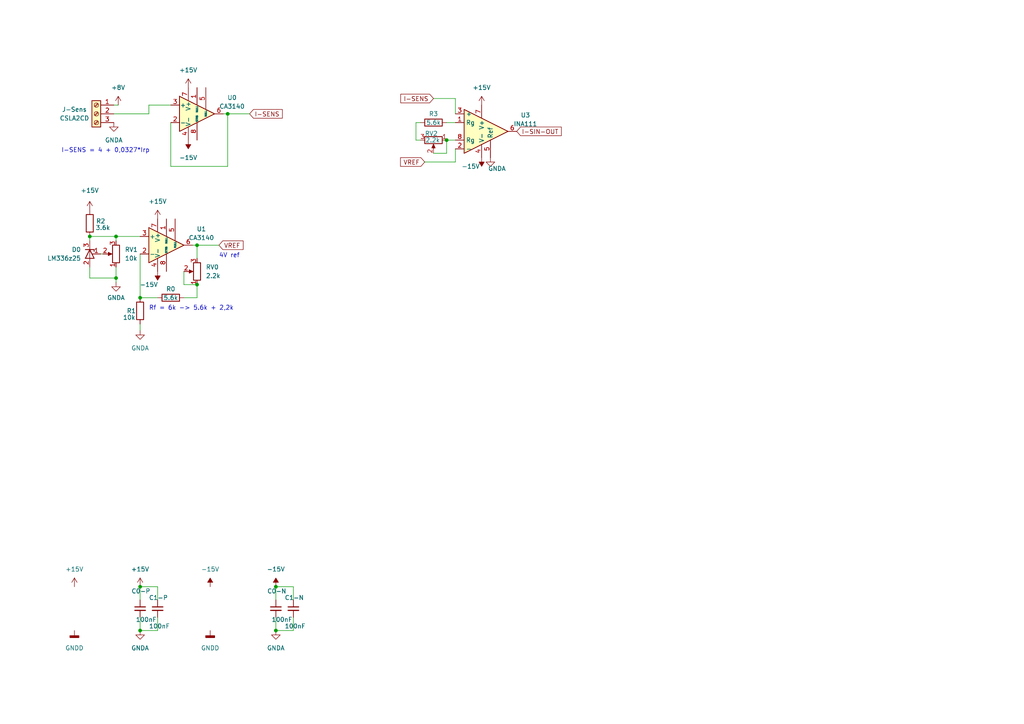
<source format=kicad_sch>
(kicad_sch (version 20211123) (generator eeschema)
  (paper "A4")
  (lib_symbols
    (symbol "Amplifier_Operational:CA3140" (pin_names (offset 0.127))
      (property "Reference" "U" (at 6.35 5.08 0))
      (property "Value" "CA3140" (at 6.35 2.54 0))
      (symbol "CA3140_0_1"
        (polyline (pts (xy -5.08 5.08) (xy 5.08 0) (xy -5.08 -5.08) (xy -5.08 5.08)) (stroke (width 0.254)) (fill (type background)))
      )
      (symbol "CA3140_1_1"
        (pin passive line (at 0 7.62 270) (length 5.08) (name "NULL") (number "1"))
        (pin input line (at -7.62 -2.54 0) (length 2.54) (name "-") (number "2"))
        (pin input line (at -7.62 2.54 0) (length 2.54) (name "+") (number "3"))
        (pin power_in line (at -2.54 -7.62 90) (length 3.81) (name "V-") (number "4"))
        (pin passive line (at 2.54 7.62 270) (length 6.35) (name "NULL") (number "5"))
        (pin output line (at 7.62 0 180) (length 2.54) (name "~") (number "6"))
        (pin power_in line (at -2.54 7.62 270) (length 3.81) (name "V+") (number "7"))
        (pin passive line (at 0 -7.62 90) (length 5.08) (name "STRB") (number "8"))
      )
    )
    (symbol "Connector:Screw_Terminal_01x03" (pin_names (offset 1.016) hide)
      (property "Reference" "J" (at 0 5.08 0))
      (property "Value" "Screw_Terminal_01x03" (at 0 -5.08 0))
      (symbol "Screw_Terminal_01x03_1_1"
        (rectangle (start -1.27 3.81) (end 1.27 -3.81) (stroke (width 0.254)) (fill (type background)))
        (circle (center 0 -2.54) (radius 0.635) (stroke (width 0.1524)))
        (polyline (pts (xy -0.5334 -2.2098) (xy 0.3302 -3.048)) (stroke (width 0.1524)))
        (polyline (pts (xy -0.5334 0.3302) (xy 0.3302 -0.508)) (stroke (width 0.1524)))
        (polyline (pts (xy -0.5334 2.8702) (xy 0.3302 2.032)) (stroke (width 0.1524)))
        (polyline (pts (xy -0.3556 -2.032) (xy 0.508 -2.8702)) (stroke (width 0.1524)))
        (polyline (pts (xy -0.3556 0.508) (xy 0.508 -0.3302)) (stroke (width 0.1524)))
        (polyline (pts (xy -0.3556 3.048) (xy 0.508 2.2098)) (stroke (width 0.1524)))
        (circle (center 0 0) (radius 0.635) (stroke (width 0.1524)))
        (circle (center 0 2.54) (radius 0.635) (stroke (width 0.1524)))
        (pin passive line (at -5.08 2.54 0) (length 3.81) (name "Pin_1") (number "1"))
        (pin passive line (at -5.08 0 0) (length 3.81) (name "Pin_2") (number "2"))
        (pin passive line (at -5.08 -2.54 0) (length 3.81) (name "Pin_3") (number "3"))
      )
    )
    (symbol "Device:C_Small" (pin_numbers hide) (pin_names (offset 0.254) hide)
      (property "Reference" "C" (at 0.254 1.778 0))
      (property "Value" "C_Small" (at 0.254 -2.032 0))
      (symbol "C_Small_0_1"
        (polyline (pts (xy -1.524 -0.508) (xy 1.524 -0.508)) (stroke (width 0.3302)))
        (polyline (pts (xy -1.524 0.508) (xy 1.524 0.508)) (stroke (width 0.3048)))
      )
      (symbol "C_Small_1_1"
        (pin passive line (at 0 2.54 270) (length 2.032) (name "~") (number "1"))
        (pin passive line (at 0 -2.54 90) (length 2.032) (name "~") (number "2"))
      )
    )
    (symbol "Device:R" (pin_numbers hide) (pin_names (offset 0))
      (property "Reference" "R" (at 2.032 0 90))
      (property "Value" "R" (at 0 0 90))
      (symbol "R_0_1"
        (rectangle (start -1.016 -2.54) (end 1.016 2.54) (stroke (width 0.254)))
      )
      (symbol "R_1_1"
        (pin passive line (at 0 3.81 270) (length 1.27) (name "~") (number "1"))
        (pin passive line (at 0 -3.81 90) (length 1.27) (name "~") (number "2"))
      )
    )
    (symbol "Device:R_Potentiometer" (pin_names (offset 1.016) hide)
      (property "Reference" "RV" (at -4.445 0 90))
      (property "Value" "R_Potentiometer" (at -2.54 0 90))
      (symbol "R_Potentiometer_0_1"
        (polyline (pts (xy 2.54 0) (xy 1.524 0)))
        (polyline (pts (xy 1.143 0) (xy 2.286 0.508) (xy 2.286 -0.508) (xy 1.143 0)) (fill (type outline)))
        (rectangle (start 1.016 2.54) (end -1.016 -2.54) (stroke (width 0.254)))
      )
      (symbol "R_Potentiometer_1_1"
        (pin passive line (at 0 3.81 270) (length 1.27) (name "1") (number "1"))
        (pin passive line (at 3.81 0 180) (length 1.27) (name "2") (number "2"))
        (pin passive line (at 0 -3.81 90) (length 1.27) (name "3") (number "3"))
      )
    )
    (symbol "power:+15V" (power) (pin_names (offset 0))
      (property "Value" "+15V" (at 0 3.556 0))
      (symbol "+15V_0_1"
        (polyline (pts (xy -0.762 1.27) (xy 0 2.54)))
        (polyline (pts (xy 0 0) (xy 0 2.54)))
        (polyline (pts (xy 0 2.54) (xy 0.762 1.27)))
      )
      (symbol "+15V_1_1"
        (pin power_in line (at 0 0 90) (length 0) hide (name "+15V") (number "1"))
      )
    )
    (symbol "power:+8V" (power) (pin_names (offset 0))
      (property "Value" "+8V" (at 0 3.556 0))
      (symbol "+8V_0_1"
        (polyline (pts (xy -0.762 1.27) (xy 0 2.54)))
        (polyline (pts (xy 0 0) (xy 0 2.54)))
        (polyline (pts (xy 0 2.54) (xy 0.762 1.27)))
      )
      (symbol "+8V_1_1"
        (pin power_in line (at 0 0 90) (length 0) hide (name "+8V") (number "1"))
      )
    )
    (symbol "power:-15V" (power) (pin_names (offset 0))
      (property "Value" "-15V" (at 0 3.81 0))
      (symbol "-15V_0_0"
        (pin power_in line (at 0 0 90) (length 0) hide (name "-15V") (number "1"))
      )
      (symbol "-15V_0_1"
        (polyline (pts (xy 0 0) (xy 0 1.27) (xy 0.762 1.27) (xy 0 2.54) (xy -0.762 1.27) (xy 0 1.27)) (fill (type outline)))
      )
    )
    (symbol "power:GNDA" (power) (pin_names (offset 0))
      (property "Value" "GNDA" (at 0 -3.81 0))
      (symbol "GNDA_0_1"
        (polyline (pts (xy 0 0) (xy 0 -1.27) (xy 1.27 -1.27) (xy 0 -2.54) (xy -1.27 -1.27) (xy 0 -1.27)))
      )
      (symbol "GNDA_1_1"
        (pin power_in line (at 0 0 270) (length 0) hide (name "GNDA") (number "1"))
      )
    )
    (symbol "power:GNDD" (power) (pin_names (offset 0))
      (property "Value" "GNDD" (at 0 -3.175 0))
      (symbol "GNDD_0_1"
        (rectangle (start -1.27 -1.524) (end 1.27 -2.032) (stroke (width 0.254)) (fill (type outline)))
        (polyline (pts (xy 0 0) (xy 0 -1.524)))
      )
      (symbol "GNDD_1_1"
        (pin power_in line (at 0 0 270) (length 0) hide (name "GNDD") (number "1"))
      )
    )
    (symbol "simboli_tesina:INA111"
      (property "Reference" "U" (at 0.635 -9.525 0))
      (property "Value" "INA111" (at 0.635 -11.43 0))
      (symbol "INA111_0_1"
        (polyline (pts (xy 8.255 0) (xy -4.445 6.35) (xy -4.445 -6.35) (xy 8.255 0)) (stroke (width 0.254)) (fill (type background)))
      )
      (symbol "INA111_1_1"
        (pin passive line (at -6.985 2.54 0) (length 2.54) (name "Rg") (number "1"))
        (pin input line (at -6.985 -5.08 0) (length 2.54) (name "-") (number "2"))
        (pin input line (at -6.985 5.08 0) (length 2.54) (name "+") (number "3"))
        (pin power_in line (at 0.635 -7.62 90) (length 3.81) (name "V-") (number "4"))
        (pin input line (at 3.175 -7.62 90) (length 5.08) (name "Ref") (number "5"))
        (pin output line (at 10.795 0 180) (length 2.54) (name "~") (number "6"))
        (pin power_in line (at 0.635 7.62 270) (length 3.81) (name "V+") (number "7"))
        (pin passive line (at -6.985 -2.54 0) (length 2.54) (name "Rg") (number "8"))
      )
    )
    (symbol "simboli_tesina:LM336" (pin_names hide)
      (property "Reference" "D" (at 0 -4.445 0))
      (property "Value" "LM336" (at 0 -2.54 0))
      (symbol "LM336_0_1"
        (polyline (pts (xy 1.27 0) (xy -1.27 0)))
        (polyline (pts (xy -1.27 -1.27) (xy -1.27 1.27) (xy -0.762 1.27)) (stroke (width 0.254)))
        (polyline (pts (xy 1.27 -1.27) (xy 1.27 1.27) (xy -1.27 0) (xy 1.27 -1.27)) (stroke (width 0.254)))
      )
      (symbol "LM336_1_1"
        (pin passive line (at 0 3.175 270) (length 2.54) (name "Adj") (number "1"))
        (pin passive line (at 3.81 0 180) (length 2.54) (name "V+") (number "2"))
        (pin passive line (at -3.81 0 0) (length 2.54) (name "V-") (number "3"))
      )
    )
  )
  (junction (at 66.04 33.02))
  (junction (at 57.15 82.55))
  (junction (at 129.54 40.64))
  (junction (at 40.64 86.36))
  (junction (at 80.01 170.18))
  (junction (at 57.15 71.12))
  (junction (at 80.01 182.88))
  (junction (at 40.64 170.18))
  (junction (at 33.655 68.58))
  (junction (at 26.035 68.58))
  (junction (at 33.655 80.645))
  (junction (at 40.64 182.88))
  (wire (pts (xy 66.04 48.26) (xy 66.04 33.02)))
  (wire (pts (xy 66.04 33.02) (xy 72.39 33.02)))
  (wire (pts (xy 33.655 77.47) (xy 33.655 80.645)))
  (wire (pts (xy 123.19 46.99) (xy 132.08 46.99)))
  (wire (pts (xy 40.64 179.07) (xy 40.64 182.88)))
  (wire (pts (xy 43.18 33.02) (xy 43.18 30.48)))
  (wire (pts (xy 49.53 35.56) (xy 49.53 48.26)))
  (wire (pts (xy 125.73 28.575) (xy 132.08 28.575)))
  (wire (pts (xy 40.64 170.18) (xy 40.64 173.99)))
  (wire (pts (xy 45.72 179.07) (xy 45.72 182.88)))
  (wire (pts (xy 33.02 30.48) (xy 34.29 30.48)))
  (wire (pts (xy 26.035 77.47) (xy 26.035 80.645)))
  (wire (pts (xy 40.64 73.66) (xy 40.64 86.36)))
  (wire (pts (xy 53.34 82.55) (xy 57.15 82.55)))
  (wire (pts (xy 85.09 179.07) (xy 85.09 182.88)))
  (wire (pts (xy 45.72 170.18) (xy 45.72 173.99)))
  (wire (pts (xy 85.09 170.18) (xy 85.09 173.99)))
  (wire (pts (xy 33.655 68.58) (xy 40.64 68.58)))
  (wire (pts (xy 33.655 68.58) (xy 26.035 68.58)))
  (wire (pts (xy 29.21 73.66) (xy 29.845 73.66)))
  (wire (pts (xy 125.73 44.45) (xy 129.54 44.45)))
  (wire (pts (xy 53.34 86.36) (xy 57.15 86.36)))
  (wire (pts (xy 80.01 170.18) (xy 80.01 173.99)))
  (wire (pts (xy 120.65 40.64) (xy 120.65 35.56)))
  (wire (pts (xy 120.65 35.56) (xy 121.92 35.56)))
  (wire (pts (xy 40.64 86.36) (xy 45.72 86.36)))
  (wire (pts (xy 129.54 44.45) (xy 129.54 40.64)))
  (wire (pts (xy 57.15 71.12) (xy 63.5 71.12)))
  (wire (pts (xy 57.15 71.12) (xy 57.15 74.93)))
  (wire (pts (xy 80.01 179.07) (xy 80.01 182.88)))
  (wire (pts (xy 53.34 78.74) (xy 53.34 82.55)))
  (wire (pts (xy 55.88 71.12) (xy 57.15 71.12)))
  (wire (pts (xy 121.92 40.64) (xy 120.65 40.64)))
  (wire (pts (xy 33.655 80.645) (xy 33.655 81.915)))
  (wire (pts (xy 85.09 182.88) (xy 80.01 182.88)))
  (wire (pts (xy 49.53 48.26) (xy 66.04 48.26)))
  (wire (pts (xy 40.64 93.98) (xy 40.64 95.885)))
  (wire (pts (xy 26.035 69.85) (xy 26.035 68.58)))
  (wire (pts (xy 129.54 35.56) (xy 132.08 35.56)))
  (wire (pts (xy 132.08 46.99) (xy 132.08 43.18)))
  (wire (pts (xy 33.655 69.85) (xy 33.655 68.58)))
  (wire (pts (xy 33.02 33.02) (xy 43.18 33.02)))
  (wire (pts (xy 129.54 40.64) (xy 132.08 40.64)))
  (wire (pts (xy 40.64 170.18) (xy 45.72 170.18)))
  (wire (pts (xy 43.18 30.48) (xy 49.53 30.48)))
  (wire (pts (xy 64.77 33.02) (xy 66.04 33.02)))
  (wire (pts (xy 57.15 82.55) (xy 57.15 86.36)))
  (wire (pts (xy 132.08 28.575) (xy 132.08 33.02)))
  (wire (pts (xy 45.72 182.88) (xy 40.64 182.88)))
  (wire (pts (xy 26.035 80.645) (xy 33.655 80.645)))
  (wire (pts (xy 80.01 170.18) (xy 85.09 170.18)))
  (text "4V ref" (at 63.5 74.93 0) (effects (font (size 1.27 1.27)) (justify left bottom)))
  (text "Rf = 6k -> 5.6k + 2,2k" (at 43.18 90.17 0) (effects (font (size 1.27 1.27)) (justify left bottom)))
  (text "I-SENS = 4 + 0,0327*Irp" (at 17.78 44.45 0) (effects (font (size 1.27 1.27)) (justify left bottom)))
  (global_label "I-SENS" (shape input) (at 125.73 28.575 180) (property "Riferimenti inter-foglio" "${INTERSHEET_REFS}" (effects hide)))
  (global_label "VREF" (shape input) (at 63.5 71.12 0) (property "Riferimenti inter-foglio" "${INTERSHEET_REFS}" (effects hide)))
  (global_label "I-SIN-OUT" (shape input) (at 149.86 38.1 0) (property "Riferimenti inter-foglio" "${INTERSHEET_REFS}" (effects hide)))
  (global_label "VREF" (shape input) (at 123.19 46.99 180) (property "Riferimenti inter-foglio" "${INTERSHEET_REFS}" (effects hide)))
  (global_label "I-SENS" (shape input) (at 72.39 33.02 0) (property "Riferimenti inter-foglio" "${INTERSHEET_REFS}" (effects hide)))
  (symbol (lib_id "power:GNDA") (at 33.655 81.915 0) (unit 1)
    (property "Reference" "#PWR?" (effects hide))
    (property "Value" "GNDA" (at 33.655 86.36 0))
  )
  (symbol (lib_id "power:GNDA") (at 33.02 35.56 0) (unit 1)
    (property "Reference" "#PWR?" (effects hide))
    (property "Value" "GNDA" (at 33.02 40.64 0))
  )
  (symbol (lib_id "power:+8V") (at 34.29 30.48 0) (unit 1)
    (property "Reference" "#PWR?" (effects hide))
    (property "Value" "+8V" (at 34.29 25.4 0))
  )
  (symbol (lib_id "Device:C_Small") (at 45.72 176.53 0) (unit 1)
    (property "Reference" "C1-P" (at 43.18 173.355 0) (effects (justify left)))
    (property "Value" "100nF" (at 43.18 181.61 0) (effects (justify left)))
  )
  (symbol (lib_id "power:GNDD") (at 21.59 182.88 0) (unit 1)
    (property "Reference" "#PWR?" (effects hide))
    (property "Value" "GNDD" (at 21.59 187.96 0))
  )
  (symbol (lib_id "Device:R_Potentiometer") (at 33.655 73.66 180) (unit 1)
    (property "Reference" "RV1" (at 36.195 72.3899 0) (effects (justify right)))
    (property "Value" "10k" (at 36.195 74.9299 0) (effects (justify right)))
  )
  (symbol (lib_id "power:-15V") (at 54.61 40.64 180) (unit 1)
    (property "Reference" "#PWR?" (effects hide))
    (property "Value" "-15V" (at 54.61 45.72 0))
  )
  (symbol (lib_id "Device:C_Small") (at 85.09 176.53 0) (unit 1)
    (property "Reference" "C1-N" (at 82.55 173.355 0) (effects (justify left)))
    (property "Value" "100nF" (at 82.55 181.61 0) (effects (justify left)))
  )
  (symbol (lib_id "power:GNDA") (at 40.64 182.88 0) (unit 1)
    (property "Reference" "#PWR?" (effects hide))
    (property "Value" "GNDA" (at 40.64 187.96 0))
  )
  (symbol (lib_id "power:+15V") (at 54.61 25.4 0) (unit 1)
    (property "Reference" "#PWR?" (effects hide))
    (property "Value" "+15V" (at 54.61 20.32 0))
  )
  (symbol (lib_id "power:+15V") (at 21.59 170.18 0) (unit 1)
    (property "Reference" "#PWR?" (effects hide))
    (property "Value" "+15V" (at 21.59 165.1 0))
  )
  (symbol (lib_id "Device:R") (at 40.64 90.17 180) (unit 1)
    (property "Reference" "R1" (at 38.1 90.17 0))
    (property "Value" "10k" (at 37.465 92.075 0))
  )
  (symbol (lib_id "power:+15V") (at 26.035 60.96 0) (unit 1)
    (property "Reference" "#PWR?" (effects hide))
    (property "Value" "+15V" (at 26.035 55.245 0))
  )
  (symbol (lib_id "power:-15V") (at 139.7 45.72 180) (unit 1)
    (property "Reference" "#PWR?" (effects hide))
    (property "Value" "-15V" (at 136.525 48.26 0))
  )
  (symbol (lib_id "Amplifier_Operational:CA3140") (at 48.26 71.12 0) (unit 1)
    (property "Reference" "U1" (at 58.42 66.421 0))
    (property "Value" "CA3140" (at 58.42 68.961 0))
    (property "Datasheet" "http://www.intersil.com/content/dam/intersil/documents/ca31/ca3140-a.pdf" (effects hide))
  )
  (symbol (lib_id "Device:R") (at 125.73 35.56 90) (unit 1)
    (property "Reference" "R3" (at 125.73 33.02 90))
    (property "Value" "5.6k" (at 125.73 35.56 90))
  )
  (symbol (lib_id "Amplifier_Operational:CA3140") (at 57.15 33.02 0) (unit 1)
    (property "Reference" "U0" (at 67.31 28.321 0))
    (property "Value" "CA3140" (at 67.31 30.861 0))
    (property "Datasheet" "http://www.intersil.com/content/dam/intersil/documents/ca31/ca3140-a.pdf" (effects hide))
  )
  (symbol (lib_id "Device:R") (at 26.035 64.77 180) (unit 1)
    (property "Reference" "R2" (at 29.21 64.135 0))
    (property "Value" "3.6k" (at 29.845 66.04 0))
  )
  (symbol (lib_id "power:+15V") (at 45.72 63.5 0) (unit 1)
    (property "Reference" "#PWR?" (effects hide))
    (property "Value" "+15V" (at 45.72 58.42 0))
  )
  (symbol (lib_id "simboli_tesina:INA111") (at 139.065 38.1 0) (unit 1)
    (property "Reference" "U3" (at 152.4 33.401 0))
    (property "Value" "INA111" (at 152.4 35.941 0))
    (property "Datasheet" "https://www.ti.com/lit/ds/symlink/ina111.pdf" (effects hide))
  )
  (symbol (lib_id "power:-15V") (at 60.96 170.18 0) (unit 1)
    (property "Reference" "#PWR?" (effects hide))
    (property "Value" "-15V" (at 60.96 165.1 0))
  )
  (symbol (lib_id "Device:C_Small") (at 80.01 176.53 0) (unit 1)
    (property "Reference" "C0-N" (at 77.47 171.45 0) (effects (justify left)))
    (property "Value" "100nF" (at 78.74 179.705 0) (effects (justify left)))
  )
  (symbol (lib_id "power:+15V") (at 139.7 30.48 0) (unit 1)
    (property "Reference" "#PWR?" (effects hide))
    (property "Value" "+15V" (at 139.7 25.4 0))
  )
  (symbol (lib_id "Device:R_Potentiometer") (at 125.73 40.64 270) (unit 1)
    (property "Reference" "RV2" (at 127 38.735 90) (effects (justify right)))
    (property "Value" "2.2k" (at 127.635 40.64 90) (effects (justify right)))
  )
  (symbol (lib_id "power:-15V") (at 80.01 170.18 0) (unit 1)
    (property "Reference" "#PWR?" (effects hide))
    (property "Value" "-15V" (at 80.01 165.1 0))
  )
  (symbol (lib_id "simboli_tesina:LM336") (at 26.035 73.66 270) (unit 1)
    (property "Reference" "D0" (at 23.495 72.3899 90) (effects (justify right)))
    (property "Value" "LM336z25" (at 23.495 74.9299 90) (effects (justify right)))
  )
  (symbol (lib_id "Device:C_Small") (at 40.64 176.53 0) (unit 1)
    (property "Reference" "C0-P" (at 38.1 171.45 0) (effects (justify left)))
    (property "Value" "100nF" (at 39.37 179.705 0) (effects (justify left)))
  )
  (symbol (lib_id "Device:R") (at 49.53 86.36 90) (unit 1)
    (property "Reference" "R0" (at 49.53 83.82 90))
    (property "Value" "5.6k" (at 49.53 86.36 90))
  )
  (symbol (lib_id "power:GNDA") (at 142.24 45.72 0) (unit 1)
    (property "Reference" "#PWR?" (effects hide))
    (property "Value" "GNDA" (at 144.145 48.895 0))
  )
  (symbol (lib_id "Connector:Screw_Terminal_01x03") (at 27.94 33.02 0) (mirror y) (unit 1)
    (property "Reference" "J-Sens" (at 21.59 31.75 0))
    (property "Value" "CSLA2CD" (at 21.59 34.29 0))
  )
  (symbol (lib_id "power:GNDD") (at 60.96 182.88 0) (unit 1)
    (property "Reference" "#PWR?" (effects hide))
    (property "Value" "GNDD" (at 60.96 187.96 0))
  )
  (symbol (lib_id "power:GNDA") (at 80.01 182.88 0) (unit 1)
    (property "Reference" "#PWR?" (effects hide))
    (property "Value" "GNDA" (at 80.01 187.96 0))
  )
  (symbol (lib_id "power:+15V") (at 40.64 170.18 0) (unit 1)
    (property "Reference" "#PWR?" (effects hide))
    (property "Value" "+15V" (at 40.64 165.1 0))
  )
  (symbol (lib_id "Device:R_Potentiometer") (at 57.15 78.74 180) (unit 1)
    (property "Reference" "RV0" (at 59.69 77.4699 0) (effects (justify right)))
    (property "Value" "2.2k" (at 59.69 80.0099 0) (effects (justify right)))
  )
  (symbol (lib_id "power:GNDA") (at 40.64 95.885 0) (unit 1)
    (property "Reference" "#PWR?" (effects hide))
    (property "Value" "GNDA" (at 40.64 100.965 0))
  )
  (symbol (lib_id "power:-15V") (at 45.72 78.74 180) (unit 1)
    (property "Reference" "#PWR?" (effects hide))
    (property "Value" "-15V" (at 43.18 82.55 0))
  )
)
</source>
